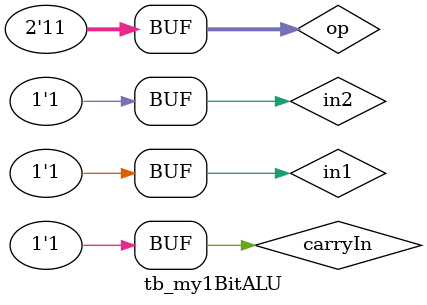
<source format=v>
`timescale 1ns/1ns

module tb_my1BitALU();

	reg in1, in2, carryIn;
	reg [1:0]op;
	
	wire carryOut, result;

	my1BitALU UUT(in1, in2, carryIn, op, carryOut, result);
	
	initial begin

	#5 in1 = 0; in2 = 0; carryIn = 0; op = 0;
	#5 in1 = 0; in2 = 0; carryIn = 1; op = 0;
	#5 in1 = 0; in2 = 1; carryIn = 0; op = 0;
	#5 in1 = 0; in2 = 1; carryIn = 1; op = 0;
	#5 in1 = 1; in2 = 0; carryIn = 0; op = 0;
	#5 in1 = 1; in2 = 0; carryIn = 1; op = 0;
	#5 in1 = 1; in2 = 1; carryIn = 0; op = 0;
	#5 in1 = 1; in2 = 1; carryIn = 1; op = 0;

	#5 in1 = 0; in2 = 0; carryIn = 0; op = 1;	
	#5 in1 = 0; in2 = 0; carryIn = 1; op = 1;
	#5 in1 = 0; in2 = 1; carryIn = 0; op = 1;
	#5 in1 = 0; in2 = 1; carryIn = 1; op = 1;
	#5 in1 = 1; in2 = 0; carryIn = 0; op = 1;
	#5 in1 = 1; in2 = 0; carryIn = 1; op = 1;
	#5 in1 = 1; in2 = 1; carryIn = 0; op = 1;
	#5 in1 = 1; in2 = 1; carryIn = 1; op = 1;
	
	#5 in1 = 0; in2 = 0; carryIn = 0; op = 2;	
	#5 in1 = 0; in2 = 0; carryIn = 1; op = 2;
	#5 in1 = 0; in2 = 1; carryIn = 0; op = 2;
	#5 in1 = 0; in2 = 1; carryIn = 1; op = 2;
	#5 in1 = 1; in2 = 0; carryIn = 0; op = 2;
	#5 in1 = 1; in2 = 0; carryIn = 1; op = 2;
	#5 in1 = 1; in2 = 1; carryIn = 0; op = 2;
	#5 in1 = 1; in2 = 1; carryIn = 1; op = 2;
	
	#5 in1 = 0; in2 = 0; carryIn = 0; op = 3;	
	#5 in1 = 0; in2 = 0; carryIn = 1; op = 3;
	#5 in1 = 0; in2 = 1; carryIn = 0; op = 3;
	#5 in1 = 0; in2 = 1; carryIn = 1; op = 3;
	#5 in1 = 1; in2 = 0; carryIn = 0; op = 3;
	#5 in1 = 1; in2 = 0; carryIn = 1; op = 3;
	#5 in1 = 1; in2 = 1; carryIn = 0; op = 3;
	#5 in1 = 1; in2 = 1; carryIn = 1; op = 3;
	
	end


endmodule
</source>
